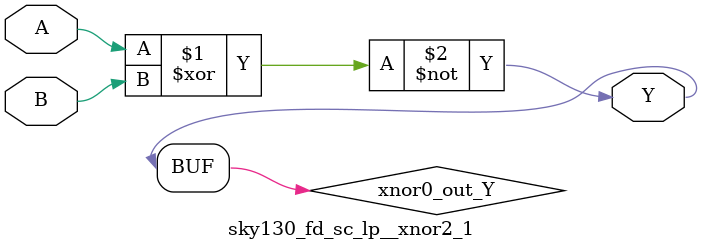
<source format=v>
/*
 * Copyright 2020 The SkyWater PDK Authors
 *
 * Licensed under the Apache License, Version 2.0 (the "License");
 * you may not use this file except in compliance with the License.
 * You may obtain a copy of the License at
 *
 *     https://www.apache.org/licenses/LICENSE-2.0
 *
 * Unless required by applicable law or agreed to in writing, software
 * distributed under the License is distributed on an "AS IS" BASIS,
 * WITHOUT WARRANTIES OR CONDITIONS OF ANY KIND, either express or implied.
 * See the License for the specific language governing permissions and
 * limitations under the License.
 *
 * SPDX-License-Identifier: Apache-2.0
*/


`ifndef SKY130_FD_SC_LP__XNOR2_1_FUNCTIONAL_V
`define SKY130_FD_SC_LP__XNOR2_1_FUNCTIONAL_V

/**
 * xnor2: 2-input exclusive NOR.
 *
 *        Y = !(A ^ B)
 *
 * Verilog simulation functional model.
 */

`timescale 1ns / 1ps
`default_nettype none

`celldefine
module sky130_fd_sc_lp__xnor2_1 (
    Y,
    A,
    B
);

    // Module ports
    output Y;
    input  A;
    input  B;

    // Local signals
    wire xnor0_out_Y;

    //   Name   Output       Other arguments
    xnor xnor0 (xnor0_out_Y, A, B           );
    buf  buf0  (Y          , xnor0_out_Y    );

endmodule
`endcelldefine

`default_nettype wire
`endif  // SKY130_FD_SC_LP__XNOR2_1_FUNCTIONAL_V

</source>
